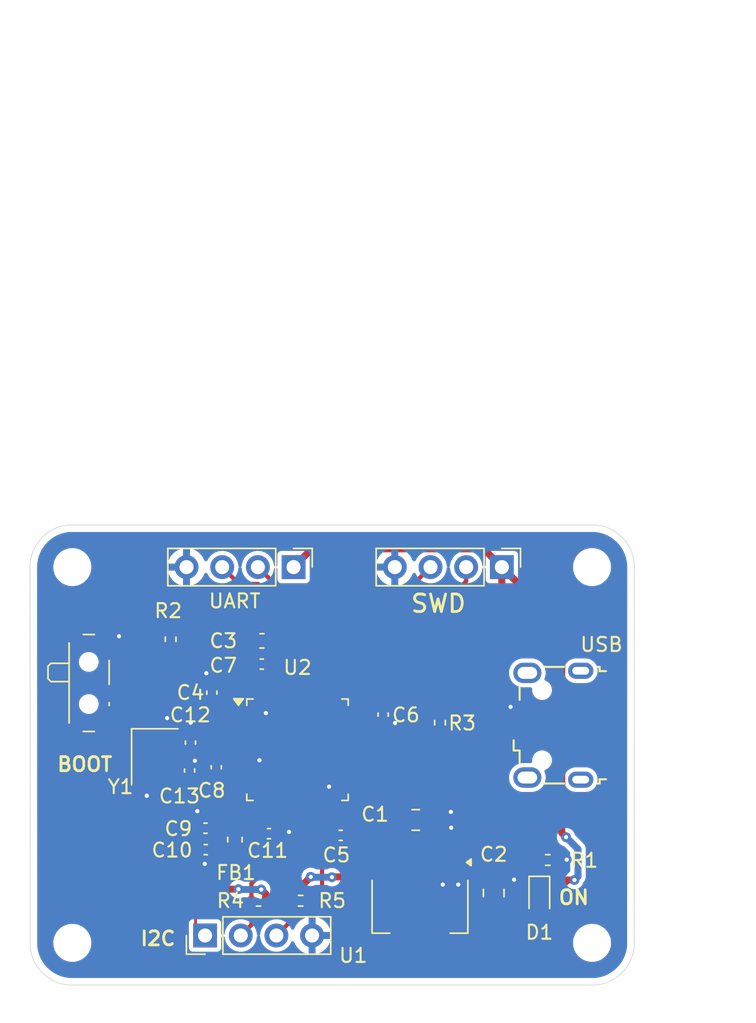
<source format=kicad_pcb>
(kicad_pcb (version 20240108) (generator "pcbnew") (generator_version "8.0")
  (title_block (title "STM32") (date "2024-10-20") (rev "0.1") (company "Author: Pham Ngoc Anh"))
  (layers (0 "F.Cu" signal) (31 "B.Cu" signal) (34 "B.Paste" user) (35 "F.Paste" user) (36 "B.SilkS" user "B.Silkscreen") (37 "F.SilkS" user "F.Silkscreen") (38 "B.Mask" user) (39 "F.Mask" user) (44 "Edge.Cuts" user))
  (net 0 "")
  (net 1 "VBUS")
  (net 2 "+3.3V")
  (net 3 "+3.3VA")
  (net 4 "/NRST")
  (net 5 "/HSE_IN")
  (net 6 "/HSE_OUT")
  (net 7 "/PWR_LED_K")
  (net 8 "/USB_D-")
  (net 9 "/USB_D+")
  (net 15 "/USART1_TX")
  (net 16 "/USART1_RX")
  (net 17 "/SWDIO")
  (net 18 "/SWCLK")
  (net 19 "/I2C2SDA")
  (net 20 "/I2C2_SCL")
  (net 21 "/BOOT0")
  (net 22 "/SW_BOOT0")
  (net 50 "GND")
  (footprint "Capacitor_SMD:C_0402_1005Metric" (layer "F.Cu") (at 142.455 113.8 90)
    (property "Reference" "C13" (at -1.82 -0.725 180) (layer "F.SilkS"))
    (property "Value" "10p")
    (fp_line (start -0.107836 -0.36) (end 0.107836 -0.36) (stroke (width 0.12)) (layer "F.SilkS"))
    (fp_line (start -0.107836 0.36) (end 0.107836 0.36) (stroke (width 0.12)) (layer "F.SilkS"))
    (pad "1" smd roundrect (at -0.48 0 90) (size 0.56 0.62) (layers "F.Cu" "F.Paste" "F.Mask") (net 6 "/HSE_OUT"))
    (pad "2" smd roundrect (at 0.48 0 90) (size 0.56 0.62) (layers "F.Cu" "F.Paste" "F.Mask") (net 50 "GND"))
  )
  (footprint "MountingHole:MountingHole_2.2mm_M2" (layer "F.Cu") (at 171.105 99.32)
    (property "Reference" "H3")
    (property "Value" "MountingHole")
    (pad "" np_thru_hole circle (at 0 0) (size 2.2 2.2) (drill 2.2) (layers "F&B.Cu" "*.Mask"))
  )
  (footprint "Capacitor_SMD:C_0805_2012Metric" (layer "F.Cu") (at 158.555 117.32)
    (property "Reference" "C1" (at -2.9 -0.4 0) (layer "F.SilkS"))
    (property "Value" "22u")
    (fp_line (start -0.261252 -0.735) (end 0.261252 -0.735) (stroke (width 0.12)) (layer "F.SilkS"))
    (fp_line (start -0.261252 0.735) (end 0.261252 0.735) (stroke (width 0.12)) (layer "F.SilkS"))
    (pad "1" smd roundrect (at -0.95 0) (size 1 1.45) (layers "F.Cu" "F.Paste" "F.Mask") (net 1 "VBUS"))
    (pad "2" smd roundrect (at 0.95 0) (size 1 1.45) (layers "F.Cu" "F.Paste" "F.Mask") (net 50 "GND"))
  )
  (footprint "Capacitor_SMD:C_0402_1005Metric" (layer "F.Cu") (at 147.595 106.224)
    (property "Reference" "C7" (at -2.74 0.096 0) (layer "F.SilkS"))
    (property "Value" "100n")
    (fp_line (start -0.107836 -0.36) (end 0.107836 -0.36) (stroke (width 0.12)) (layer "F.SilkS"))
    (fp_line (start -0.107836 0.36) (end 0.107836 0.36) (stroke (width 0.12)) (layer "F.SilkS"))
    (pad "1" smd roundrect (at -0.48 0) (size 0.56 0.62) (layers "F.Cu" "F.Paste" "F.Mask") (net 2 "+3.3V"))
    (pad "2" smd roundrect (at 0.48 0) (size 0.56 0.62) (layers "F.Cu" "F.Paste" "F.Mask") (net 50 "GND"))
  )
  (footprint "Crystal:Crystal_SMD_3225-4Pin_3.2x2.5mm" (layer "F.Cu") (at 139.975 112.828 -90)
    (property "Reference" "Y1" (at 2.1295 2.4425 180) (layer "F.SilkS"))
    (property "Value" "16MHz")
    (fp_line (start -2 1.65) (end 2 1.65) (stroke (width 0.12)) (layer "F.SilkS"))
    (fp_line (start -2 -1.65) (end -2 1.65) (stroke (width 0.12)) (layer "F.SilkS"))
    (pad "1" smd rect (at -1.1 0.85 270) (size 1.4 1.2) (layers "F.Cu" "F.Paste" "F.Mask") (net 5 "/HSE_IN"))
    (pad "2" smd rect (at 1.1 0.85 270) (size 1.4 1.2) (layers "F.Cu" "F.Paste" "F.Mask") (net 50 "GND"))
    (pad "3" smd rect (at 1.1 -0.85 270) (size 1.4 1.2) (layers "F.Cu" "F.Paste" "F.Mask") (net 6 "/HSE_OUT"))
    (pad "4" smd rect (at -1.1 -0.85 270) (size 1.4 1.2) (layers "F.Cu" "F.Paste" "F.Mask") (net 50 "GND"))
  )
  (footprint "MountingHole:MountingHole_2.2mm_M2" (layer "F.Cu") (at 134.105 99.32)
    (property "Reference" "H1")
    (property "Value" "MountingHole")
    (pad "" np_thru_hole circle (at 0 0) (size 2.2 2.2) (drill 2.2) (layers "F&B.Cu" "*.Mask"))
  )
  (footprint "Capacitor_SMD:C_0402_1005Metric" (layer "F.Cu") (at 143.585 117.908 180)
    (property "Reference" "C9" (at 1.93 -0.037 0) (layer "F.SilkS"))
    (property "Value" "1u")
    (fp_line (start -0.107836 0.36) (end 0.107836 0.36) (stroke (width 0.12)) (layer "F.SilkS"))
    (fp_line (start -0.107836 -0.36) (end 0.107836 -0.36) (stroke (width 0.12)) (layer "F.SilkS"))
    (pad "1" smd roundrect (at -0.48 0 180) (size 0.56 0.62) (layers "F.Cu" "F.Paste" "F.Mask") (net 3 "+3.3VA"))
    (pad "2" smd roundrect (at 0.48 0 180) (size 0.56 0.62) (layers "F.Cu" "F.Paste" "F.Mask") (net 50 "GND"))
  )
  (footprint "Capacitor_SMD:C_0402_1005Metric" (layer "F.Cu") (at 153.211 118.416 180)
    (property "Reference" "C5" (at 0.306 -1.404 0) (layer "F.SilkS"))
    (property "Value" "100n")
    (fp_line (start -0.107836 0.36) (end 0.107836 0.36) (stroke (width 0.12)) (layer "F.SilkS"))
    (fp_line (start -0.107836 -0.36) (end 0.107836 -0.36) (stroke (width 0.12)) (layer "F.SilkS"))
    (pad "1" smd roundrect (at -0.48 0 180) (size 0.56 0.62) (layers "F.Cu" "F.Paste" "F.Mask") (net 2 "+3.3V"))
    (pad "2" smd roundrect (at 0.48 0 180) (size 0.56 0.62) (layers "F.Cu" "F.Paste" "F.Mask") (net 50 "GND"))
  )
  (footprint "Package_QFP:LQFP-48_7x7mm_P0.5mm" (layer "F.Cu") (at 150.135 112.32)
    (property "Reference" "U2" (at 0 -5.85 0) (layer "F.SilkS"))
    (property "Value" "STM32F103C8Tx")
    (fp_line (start -3.61 -3.61) (end -3.61 -3.16) (stroke (width 0.12)) (layer "F.SilkS"))
    (fp_line (start -3.61 3.61) (end -3.61 3.16) (stroke (width 0.12)) (layer "F.SilkS"))
    (fp_line (start -3.16 -3.61) (end -3.61 -3.61) (stroke (width 0.12)) (layer "F.SilkS"))
    (fp_line (start -3.16 3.61) (end -3.61 3.61) (stroke (width 0.12)) (layer "F.SilkS"))
    (fp_line (start 3.16 -3.61) (end 3.61 -3.61) (stroke (width 0.12)) (layer "F.SilkS"))
    (fp_line (start 3.16 3.61) (end 3.61 3.61) (stroke (width 0.12)) (layer "F.SilkS"))
    (fp_line (start 3.61 -3.61) (end 3.61 -3.16) (stroke (width 0.12)) (layer "F.SilkS"))
    (fp_line (start 3.61 3.61) (end 3.61 3.16) (stroke (width 0.12)) (layer "F.SilkS"))
    (fp_poly (pts (xy -4.2 -3.16) (xy -4.54 -3.63) (xy -3.86 -3.63) (xy -4.2 -3.16)) (stroke (width 0.12)) (fill solid) (layer "F.SilkS"))
    (pad "1" smd roundrect (at -4.1625 -2.75) (size 1.475 0.3) (layers "F.Cu" "F.Paste" "F.Mask") (net 2 "+3.3V"))
    (pad "2" smd roundrect (at -4.1625 -2.25) (size 1.475 0.3) (layers "F.Cu" "F.Paste" "F.Mask"))
    (pad "3" smd roundrect (at -4.1625 -1.75) (size 1.475 0.3) (layers "F.Cu" "F.Paste" "F.Mask"))
    (pad "4" smd roundrect (at -4.1625 -1.25) (size 1.475 0.3) (layers "F.Cu" "F.Paste" "F.Mask"))
    (pad "5" smd roundrect (at -4.1625 -0.75) (size 1.475 0.3) (layers "F.Cu" "F.Paste" "F.Mask") (net 5 "/HSE_IN"))
    (pad "6" smd roundrect (at -4.1625 -0.25) (size 1.475 0.3) (layers "F.Cu" "F.Paste" "F.Mask") (net 6 "/HSE_OUT"))
    (pad "7" smd roundrect (at -4.1625 0.25) (size 1.475 0.3) (layers "F.Cu" "F.Paste" "F.Mask") (net 4 "/NRST"))
    (pad "8" smd roundrect (at -4.1625 0.75) (size 1.475 0.3) (layers "F.Cu" "F.Paste" "F.Mask") (net 50 "GND"))
    (pad "9" smd roundrect (at -4.1625 1.25) (size 1.475 0.3) (layers "F.Cu" "F.Paste" "F.Mask") (net 3 "+3.3VA"))
    (pad "10" smd roundrect (at -4.1625 1.75) (size 1.475 0.3) (layers "F.Cu" "F.Paste" "F.Mask"))
    (pad "11" smd roundrect (at -4.1625 2.25) (size 1.475 0.3) (layers "F.Cu" "F.Paste" "F.Mask"))
    (pad "12" smd roundrect (at -4.1625 2.75) (size 1.475 0.3) (layers "F.Cu" "F.Paste" "F.Mask"))
    (pad "13" smd roundrect (at -2.75 4.1625) (size 0.3 1.475) (layers "F.Cu" "F.Paste" "F.Mask"))
    (pad "14" smd roundrect (at -2.25 4.1625) (size 0.3 1.475) (layers "F.Cu" "F.Paste" "F.Mask"))
    (pad "15" smd roundrect (at -1.75 4.1625) (size 0.3 1.475) (layers "F.Cu" "F.Paste" "F.Mask"))
    (pad "16" smd roundrect (at -1.25 4.1625) (size 0.3 1.475) (layers "F.Cu" "F.Paste" "F.Mask"))
    (pad "17" smd roundrect (at -0.75 4.1625) (size 0.3 1.475) (layers "F.Cu" "F.Paste" "F.Mask"))
    (pad "18" smd roundrect (at -0.25 4.1625) (size 0.3 1.475) (layers "F.Cu" "F.Paste" "F.Mask"))
    (pad "19" smd roundrect (at 0.25 4.1625) (size 0.3 1.475) (layers "F.Cu" "F.Paste" "F.Mask"))
    (pad "20" smd roundrect (at 0.75 4.1625) (size 0.3 1.475) (layers "F.Cu" "F.Paste" "F.Mask"))
    (pad "21" smd roundrect (at 1.25 4.1625) (size 0.3 1.475) (layers "F.Cu" "F.Paste" "F.Mask") (net 20 "/I2C2_SCL"))
    (pad "22" smd roundrect (at 1.75 4.1625) (size 0.3 1.475) (layers "F.Cu" "F.Paste" "F.Mask") (net 19 "/I2C2SDA"))
    (pad "23" smd roundrect (at 2.25 4.1625) (size 0.3 1.475) (layers "F.Cu" "F.Paste" "F.Mask") (net 50 "GND"))
    (pad "24" smd roundrect (at 2.75 4.1625) (size 0.3 1.475) (layers "F.Cu" "F.Paste" "F.Mask") (net 2 "+3.3V"))
    (pad "25" smd roundrect (at 4.1625 2.75) (size 1.475 0.3) (layers "F.Cu" "F.Paste" "F.Mask"))
    (pad "26" smd roundrect (at 4.1625 2.25) (size 1.475 0.3) (layers "F.Cu" "F.Paste" "F.Mask"))
    (pad "27" smd roundrect (at 4.1625 1.75) (size 1.475 0.3) (layers "F.Cu" "F.Paste" "F.Mask"))
    (pad "28" smd roundrect (at 4.1625 1.25) (size 1.475 0.3) (layers "F.Cu" "F.Paste" "F.Mask"))
    (pad "29" smd roundrect (at 4.1625 0.75) (size 1.475 0.3) (layers "F.Cu" "F.Paste" "F.Mask"))
    (pad "30" smd roundrect (at 4.1625 0.25) (size 1.475 0.3) (layers "F.Cu" "F.Paste" "F.Mask"))
    (pad "31" smd roundrect (at 4.1625 -0.25) (size 1.475 0.3) (layers "F.Cu" "F.Paste" "F.Mask"))
    (pad "32" smd roundrect (at 4.1625 -0.75) (size 1.475 0.3) (layers "F.Cu" "F.Paste" "F.Mask") (net 8 "/USB_D-"))
    (pad "33" smd roundrect (at 4.1625 -1.25) (size 1.475 0.3) (layers "F.Cu" "F.Paste" "F.Mask") (net 9 "/USB_D+"))
    (pad "34" smd roundrect (at 4.1625 -1.75) (size 1.475 0.3) (layers "F.Cu" "F.Paste" "F.Mask") (net 17 "/SWDIO"))
    (pad "35" smd roundrect (at 4.1625 -2.25) (size 1.475 0.3) (layers "F.Cu" "F.Paste" "F.Mask") (net 50 "GND"))
    (pad "36" smd roundrect (at 4.1625 -2.75) (size 1.475 0.3) (layers "F.Cu" "F.Paste" "F.Mask") (net 2 "+3.3V"))
    (pad "37" smd roundrect (at 2.75 -4.1625) (size 0.3 1.475) (layers "F.Cu" "F.Paste" "F.Mask") (net 18 "/SWCLK"))
    (pad "38" smd roundrect (at 2.25 -4.1625) (size 0.3 1.475) (layers "F.Cu" "F.Paste" "F.Mask"))
    (pad "39" smd roundrect (at 1.75 -4.1625) (size 0.3 1.475) (layers "F.Cu" "F.Paste" "F.Mask"))
    (pad "40" smd roundrect (at 1.25 -4.1625) (size 0.3 1.475) (layers "F.Cu" "F.Paste" "F.Mask"))
    (pad "41" smd roundrect (at 0.75 -4.1625) (size 0.3 1.475) (layers "F.Cu" "F.Paste" "F.Mask"))
    (pad "42" smd roundrect (at 0.25 -4.1625) (size 0.3 1.475) (layers "F.Cu" "F.Paste" "F.Mask") (net 15 "/USART1_TX"))
    (pad "43" smd roundrect (at -0.25 -4.1625) (size 0.3 1.475) (layers "F.Cu" "F.Paste" "F.Mask") (net 16 "/USART1_RX"))
    (pad "44" smd roundrect (at -0.75 -4.1625) (size 0.3 1.475) (layers "F.Cu" "F.Paste" "F.Mask") (net 21 "/BOOT0"))
    (pad "45" smd roundrect (at -1.25 -4.1625) (size 0.3 1.475) (layers "F.Cu" "F.Paste" "F.Mask"))
    (pad "46" smd roundrect (at -1.75 -4.1625) (size 0.3 1.475) (layers "F.Cu" "F.Paste" "F.Mask"))
    (pad "47" smd roundrect (at -2.25 -4.1625) (size 0.3 1.475) (layers "F.Cu" "F.Paste" "F.Mask") (net 50 "GND"))
    (pad "48" smd roundrect (at -2.75 -4.1625) (size 0.3 1.475) (layers "F.Cu" "F.Paste" "F.Mask") (net 2 "+3.3V"))
  )
  (footprint "Inductor_SMD:L_0603_1608Metric" (layer "F.Cu") (at 145.68 118.72 90)
    (property "Reference" "FB1" (at -2.35 0.075 0) (layer "F.SilkS"))
    (property "Value" "120R")
    (fp_line (start -0.162779 -0.51) (end 0.162779 -0.51) (stroke (width 0.12)) (layer "F.SilkS"))
    (fp_line (start -0.162779 0.51) (end 0.162779 0.51) (stroke (width 0.12)) (layer "F.SilkS"))
    (pad "1" smd roundrect (at -0.7875 0 90) (size 0.875 0.95) (layers "F.Cu" "F.Paste" "F.Mask") (net 2 "+3.3V"))
    (pad "2" smd roundrect (at 0.7875 0 90) (size 0.875 0.95) (layers "F.Cu" "F.Paste" "F.Mask") (net 3 "+3.3VA"))
  )
  (footprint "Resistor_SMD:R_0402_1005Metric" (layer "F.Cu") (at 141.105 104.455 90)
    (property "Reference" "R2" (at 2.025 -0.175 180) (layer "F.SilkS"))
    (property "Value" "10k")
    (fp_line (start -0.153641 -0.38) (end 0.153641 -0.38) (stroke (width 0.12)) (layer "F.SilkS"))
    (fp_line (start -0.153641 0.38) (end 0.153641 0.38) (stroke (width 0.12)) (layer "F.SilkS"))
    (pad "1" smd roundrect (at -0.51 0 90) (size 0.54 0.64) (layers "F.Cu" "F.Paste" "F.Mask") (net 22 "/SW_BOOT0"))
    (pad "2" smd roundrect (at 0.51 0 90) (size 0.54 0.64) (layers "F.Cu" "F.Paste" "F.Mask") (net 21 "/BOOT0"))
  )
  (footprint "Connector_PinHeader_2.54mm:PinHeader_1x04_P2.54mm_Vertical" (layer "F.Cu") (at 164.685 99.32 -90)
    (property "Reference" "J3" (hide yes))
    (property "Value" "Conn_01x04_Pin")
    (fp_line (start -1.33 8.95) (end 1.33 8.95) (stroke (width 0.12)) (layer "F.SilkS"))
    (fp_line (start -1.33 1.27) (end -1.33 8.95) (stroke (width 0.12)) (layer "F.SilkS"))
    (fp_line (start -1.33 1.27) (end 1.33 1.27) (stroke (width 0.12)) (layer "F.SilkS"))
    (fp_line (start 1.33 1.27) (end 1.33 8.95) (stroke (width 0.12)) (layer "F.SilkS"))
    (fp_line (start -1.33 0) (end -1.33 -1.33) (stroke (width 0.12)) (layer "F.SilkS"))
    (fp_line (start -1.33 -1.33) (end 0 -1.33) (stroke (width 0.12)) (layer "F.SilkS"))
    (pad "1" thru_hole rect (at 0 0 270) (size 1.7 1.7) (drill 1) (layers "*.Cu" "*.Mask") (net 2 "+3.3V"))
    (pad "2" thru_hole oval (at 0 2.54 270) (size 1.7 1.7) (drill 1) (layers "*.Cu" "*.Mask") (net 17 "/SWDIO"))
    (pad "3" thru_hole oval (at 0 5.08 270) (size 1.7 1.7) (drill 1) (layers "*.Cu" "*.Mask") (net 18 "/SWCLK"))
    (pad "4" thru_hole oval (at 0 7.62 270) (size 1.7 1.7) (drill 1) (layers "*.Cu" "*.Mask") (net 50 "GND"))
  )
  (footprint "LED_SMD:LED_0603_1608Metric" (layer "F.Cu") (at 167.355 122.82 -90)
    (property "Reference" "D1" (at 2.5 0 180) (layer "F.SilkS"))
    (property "Value" "LED")
    (fp_line (start -1.485 0.735) (end 0.8 0.735) (stroke (width 0.12)) (layer "F.SilkS"))
    (fp_line (start -1.485 -0.735) (end -1.485 0.735) (stroke (width 0.12)) (layer "F.SilkS"))
    (fp_line (start 0.8 -0.735) (end -1.485 -0.735) (stroke (width 0.12)) (layer "F.SilkS"))
    (pad "1" smd roundrect (at -0.7875 0 270) (size 0.875 0.95) (layers "F.Cu" "F.Paste" "F.Mask") (net 7 "/PWR_LED_K"))
    (pad "2" smd roundrect (at 0.7875 0 270) (size 0.875 0.95) (layers "F.Cu" "F.Paste" "F.Mask") (net 2 "+3.3V"))
  )
  (footprint "Capacitor_SMD:C_0402_1005Metric" (layer "F.Cu") (at 144.039 108.256 90)
    (property "Reference" "C4" (at 0 -1.524 180) (layer "F.SilkS"))
    (property "Value" "100n")
    (fp_line (start -0.107836 -0.36) (end 0.107836 -0.36) (stroke (width 0.12)) (layer "F.SilkS"))
    (fp_line (start -0.107836 0.36) (end 0.107836 0.36) (stroke (width 0.12)) (layer "F.SilkS"))
    (pad "1" smd roundrect (at -0.48 0 90) (size 0.56 0.62) (layers "F.Cu" "F.Paste" "F.Mask") (net 2 "+3.3V"))
    (pad "2" smd roundrect (at 0.48 0 90) (size 0.56 0.62) (layers "F.Cu" "F.Paste" "F.Mask") (net 50 "GND"))
  )
  (footprint "MountingHole:MountingHole_2.2mm_M2" (layer "F.Cu") (at 134.105 126.07)
    (property "Reference" "H2")
    (property "Value" "MountingHole")
    (pad "" np_thru_hole circle (at 0 0) (size 2.2 2.2) (drill 2.2) (layers "F&B.Cu" "*.Mask"))
  )
  (footprint "Connector_USB:USB_Micro-B_Wuerth_629105150521" (layer "F.Cu") (at 168.35 110.575 90)
    (property "Reference" "J1" (hide yes))
    (property "Value" "USB_B_Micro")
    (fp_line (start -1.075 -2.825) (end -1.8 -2.825) (stroke (width 0.15)) (layer "F.SilkS"))
    (fp_line (start -1.8 -2.825) (end -1.8 -2.4) (stroke (width 0.15)) (layer "F.SilkS"))
    (fp_line (start 1.8 -2.4) (end 2.8 -2.4) (stroke (width 0.15)) (layer "F.SilkS"))
    (fp_line (start -1.8 -2.4) (end -2.8 -2.4) (stroke (width 0.15)) (layer "F.SilkS"))
    (fp_line (start -4.15 -0.65) (end -4.15 0.75) (stroke (width 0.15)) (layer "F.SilkS"))
    (fp_line (start 4.15 0.75) (end 4.15 -0.65) (stroke (width 0.15)) (layer "F.SilkS"))
    (fp_line (start -4.15 3.15) (end -4.15 3.3) (stroke (width 0.15)) (layer "F.SilkS"))
    (fp_line (start 4.15 3.3) (end 4.15 3.15) (stroke (width 0.15)) (layer "F.SilkS"))
    (fp_line (start 3.85 3.3) (end 4.15 3.3) (stroke (width 0.15)) (layer "F.SilkS"))
    (fp_line (start -3.85 3.3) (end -3.85 3.75) (stroke (width 0.15)) (layer "F.SilkS"))
    (fp_line (start -4.15 3.3) (end -3.85 3.3) (stroke (width 0.15)) (layer "F.SilkS"))
    (fp_line (start 3.85 3.75) (end 3.85 3.3) (stroke (width 0.15)) (layer "F.SilkS"))
    (pad "" np_thru_hole oval (at -2.5 -0.8 90) (size 0.8 0.8) (drill 0.8) (layers "*.Cu" "*.Mask"))
    (pad "" np_thru_hole oval (at 2.5 -0.8 90) (size 0.8 0.8) (drill 0.8) (layers "*.Cu" "*.Mask"))
    (pad "1" smd rect (at -1.3 -1.9 90) (size 0.45 1.3) (layers "F.Cu" "F.Paste" "F.Mask") (net 1 "VBUS"))
    (pad "2" smd rect (at -0.65 -1.9 90) (size 0.45 1.3) (layers "F.Cu" "F.Paste" "F.Mask") (net 8 "/USB_D-"))
    (pad "3" smd rect (at 0 -1.9 90) (size 0.45 1.3) (layers "F.Cu" "F.Paste" "F.Mask") (net 9 "/USB_D+"))
    (pad "4" smd rect (at 0.65 -1.9 90) (size 0.45 1.3) (layers "F.Cu" "F.Paste" "F.Mask"))
    (pad "5" smd rect (at 1.3 -1.9 90) (size 0.45 1.3) (layers "F.Cu" "F.Paste" "F.Mask") (net 50 "GND"))
    (pad "6" thru_hole oval (at -3.875 1.95 90) (size 1.15 1.8) (drill oval 0.55 1.2) (layers "*.Cu" "*.Mask"))
    (pad "6" thru_hole oval (at -3.725 -1.85 90) (size 1.45 2) (drill oval 0.85 1.4) (layers "*.Cu" "*.Mask"))
    (pad "6" thru_hole oval (at 3.725 -1.85 90) (size 1.45 2) (drill oval 0.85 1.4) (layers "*.Cu" "*.Mask"))
    (pad "6" thru_hole oval (at 3.875 1.95 90) (size 1.15 1.8) (drill oval 0.55 1.2) (layers "*.Cu" "*.Mask"))
  )
  (footprint "Capacitor_SMD:C_0805_2012Metric" (layer "F.Cu") (at 164.105 122.52 90)
    (property "Reference" "C2" (at 2.75 0 180) (layer "F.SilkS"))
    (property "Value" "22u")
    (fp_line (start -0.261252 -0.735) (end 0.261252 -0.735) (stroke (width 0.12)) (layer "F.SilkS"))
    (fp_line (start -0.261252 0.735) (end 0.261252 0.735) (stroke (width 0.12)) (layer "F.SilkS"))
    (pad "1" smd roundrect (at -0.95 0 90) (size 1 1.45) (layers "F.Cu" "F.Paste" "F.Mask") (net 2 "+3.3V"))
    (pad "2" smd roundrect (at 0.95 0 90) (size 1 1.45) (layers "F.Cu" "F.Paste" "F.Mask") (net 50 "GND"))
  )
  (footprint "Resistor_SMD:R_0402_1005Metric" (layer "F.Cu") (at 160.28 110.395 -90)
    (property "Reference" "R3" (at 0.032 -1.576 180) (layer "F.SilkS"))
    (property "Value" "1k5")
    (fp_line (start -0.153641 0.38) (end 0.153641 0.38) (stroke (width 0.12)) (layer "F.SilkS"))
    (fp_line (start -0.153641 -0.38) (end 0.153641 -0.38) (stroke (width 0.12)) (layer "F.SilkS"))
    (pad "1" smd roundrect (at -0.51 0 270) (size 0.54 0.64) (layers "F.Cu" "F.Paste" "F.Mask") (net 2 "+3.3V"))
    (pad "2" smd roundrect (at 0.51 0 270) (size 0.54 0.64) (layers "F.Cu" "F.Paste" "F.Mask") (net 9 "/USB_D+"))
  )
  (footprint "Capacitor_SMD:C_0603_1608Metric" (layer "F.Cu") (at 147.605 104.57)
    (property "Reference" "C3" (at -2.75 0 0) (layer "F.SilkS"))
    (property "Value" "10u")
    (fp_line (start -0.14058 -0.51) (end 0.14058 -0.51) (stroke (width 0.12)) (layer "F.SilkS"))
    (fp_line (start -0.14058 0.51) (end 0.14058 0.51) (stroke (width 0.12)) (layer "F.SilkS"))
    (pad "1" smd roundrect (at -0.775 0) (size 0.9 0.95) (layers "F.Cu" "F.Paste" "F.Mask") (net 2 "+3.3V"))
    (pad "2" smd roundrect (at 0.775 0) (size 0.9 0.95) (layers "F.Cu" "F.Paste" "F.Mask") (net 50 "GND"))
  )
  (footprint "MountingHole:MountingHole_2.2mm_M2" (layer "F.Cu") (at 171.105 126.07)
    (property "Reference" "H4")
    (property "Value" "MountingHole")
    (pad "" np_thru_hole circle (at 0 0) (size 2.2 2.2) (drill 2.2) (layers "F&B.Cu" "*.Mask"))
  )
  (footprint "Button_Switch_SMD:SW_SPDT_PCM12" (layer "F.Cu") (at 135.605 107.57 -90)
    (property "Reference" "SW1" (hide yes))
    (property "Value" "SW_SPDT")
    (fp_line (start -1.2 3.23) (end -0.3 3.23) (stroke (width 0.12)) (layer "F.SilkS"))
    (fp_line (start -1.4 3.02) (end -1.2 3.23) (stroke (width 0.12)) (layer "F.SilkS"))
    (fp_line (start -0.1 3.02) (end -0.3 3.23) (stroke (width 0.12)) (layer "F.SilkS"))
    (fp_line (start -0.1 3.02) (end -0.1 1.73) (stroke (width 0.12)) (layer "F.SilkS"))
    (fp_line (start -2.85 1.73) (end 2.85 1.73) (stroke (width 0.12)) (layer "F.SilkS"))
    (fp_line (start -1.4 1.73) (end -1.4 3.02) (stroke (width 0.12)) (layer "F.SilkS"))
    (fp_line (start 3.45 0.72) (end 3.45 -0.07) (stroke (width 0.12)) (layer "F.SilkS"))
    (fp_line (start -3.45 -0.07) (end -3.45 0.72) (stroke (width 0.12)) (layer "F.SilkS"))
    (fp_line (start -1.6 -1.12) (end 0.1 -1.12) (stroke (width 0.12)) (layer "F.SilkS"))
    (fp_line (start 1.4 -1.12) (end 1.6 -1.12) (stroke (width 0.12)) (layer "F.SilkS"))
    (pad "" smd rect (at -3.65 -0.78 270) (size 1 0.8) (layers "F.Cu" "F.Paste" "F.Mask"))
    (pad "" smd rect (at -3.65 1.43 270) (size 1 0.8) (layers "F.Cu" "F.Paste" "F.Mask"))
    (pad "" np_thru_hole circle (at -1.5 0.33 270) (size 0.9 0.9) (drill 0.9) (layers "*.Cu" "*.Mask"))
    (pad "" np_thru_hole circle (at 1.5 0.33 270) (size 0.9 0.9) (drill 0.9) (layers "*.Cu" "*.Mask"))
    (pad "" smd rect (at 3.65 -0.78 270) (size 1 0.8) (layers "F.Cu" "F.Paste" "F.Mask"))
    (pad "" smd rect (at 3.65 1.43 270) (size 1 0.8) (layers "F.Cu" "F.Paste" "F.Mask"))
    (pad "1" smd rect (at -2.25 -1.43 270) (size 0.7 1.5) (layers "F.Cu" "F.Paste" "F.Mask") (net 50 "GND"))
    (pad "2" smd rect (at 0.75 -1.43 270) (size 0.7 1.5) (layers "F.Cu" "F.Paste" "F.Mask") (net 22 "/SW_BOOT0"))
    (pad "3" smd rect (at 2.25 -1.43 270) (size 0.7 1.5) (layers "F.Cu" "F.Paste" "F.Mask") (net 2 "+3.3V"))
  )
  (footprint "Connector_PinHeader_2.54mm:PinHeader_1x04_P2.54mm_Vertical" (layer "F.Cu") (at 149.855 99.32 -90)
    (property "Reference" "J2" (hide yes))
    (property "Value" "Conn_01x04_Pin")
    (fp_line (start -1.33 8.95) (end 1.33 8.95) (stroke (width 0.12)) (layer "F.SilkS"))
    (fp_line (start -1.33 1.27) (end -1.33 8.95) (stroke (width 0.12)) (layer "F.SilkS"))
    (fp_line (start -1.33 1.27) (end 1.33 1.27) (stroke (width 0.12)) (layer "F.SilkS"))
    (fp_line (start 1.33 1.27) (end 1.33 8.95) (stroke (width 0.12)) (layer "F.SilkS"))
    (fp_line (start -1.33 0) (end -1.33 -1.33) (stroke (width 0.12)) (layer "F.SilkS"))
    (fp_line (start -1.33 -1.33) (end 0 -1.33) (stroke (width 0.12)) (layer "F.SilkS"))
    (pad "1" thru_hole rect (at 0 0 270) (size 1.7 1.7) (drill 1) (layers "*.Cu" "*.Mask") (net 2 "+3.3V"))
    (pad "2" thru_hole oval (at 0 2.54 270) (size 1.7 1.7) (drill 1) (layers "*.Cu" "*.Mask") (net 15 "/USART1_TX"))
    (pad "3" thru_hole oval (at 0 5.08 270) (size 1.7 1.7) (drill 1) (layers "*.Cu" "*.Mask") (net 16 "/USART1_RX"))
    (pad "4" thru_hole oval (at 0 7.62 270) (size 1.7 1.7) (drill 1) (layers "*.Cu" "*.Mask") (net 50 "GND"))
  )
  (footprint "Resistor_SMD:R_0402_1005Metric" (layer "F.Cu") (at 150.355 123.07)
    (property "Reference" "R5" (at 2.25 0 0) (layer "F.SilkS"))
    (property "Value" "1k5")
    (fp_line (start -0.153641 -0.38) (end 0.153641 -0.38) (stroke (width 0.12)) (layer "F.SilkS"))
    (fp_line (start -0.153641 0.38) (end 0.153641 0.38) (stroke (width 0.12)) (layer "F.SilkS"))
    (pad "1" smd roundrect (at -0.51 0) (size 0.54 0.64) (layers "F.Cu" "F.Paste" "F.Mask") (net 2 "+3.3V"))
    (pad "2" smd roundrect (at 0.51 0) (size 0.54 0.64) (layers "F.Cu" "F.Paste" "F.Mask") (net 19 "/I2C2SDA"))
  )
  (footprint "Capacitor_SMD:C_0402_1005Metric" (layer "F.Cu") (at 156.231 109.82 -90)
    (property "Reference" "C6" (at 0.032 -1.624 0) (layer "F.SilkS"))
    (property "Value" "100n")
    (fp_line (start -0.107836 0.36) (end 0.107836 0.36) (stroke (width 0.12)) (layer "F.SilkS"))
    (fp_line (start -0.107836 -0.36) (end 0.107836 -0.36) (stroke (width 0.12)) (layer "F.SilkS"))
    (pad "1" smd roundrect (at -0.48 0 270) (size 0.56 0.62) (layers "F.Cu" "F.Paste" "F.Mask") (net 2 "+3.3V"))
    (pad "2" smd roundrect (at 0.48 0 270) (size 0.56 0.62) (layers "F.Cu" "F.Paste" "F.Mask") (net 50 "GND"))
  )
  (footprint "Capacitor_SMD:C_0402_1005Metric" (layer "F.Cu") (at 142.515 111.812 90)
    (property "Reference" "C12" (at 1.967 -0.01 180) (layer "F.SilkS"))
    (property "Value" "10p")
    (fp_line (start -0.107836 -0.36) (end 0.107836 -0.36) (stroke (width 0.12)) (layer "F.SilkS"))
    (fp_line (start -0.107836 0.36) (end 0.107836 0.36) (stroke (width 0.12)) (layer "F.SilkS"))
    (pad "1" smd roundrect (at -0.48 0 90) (size 0.56 0.62) (layers "F.Cu" "F.Paste" "F.Mask") (net 5 "/HSE_IN"))
    (pad "2" smd roundrect (at 0.48 0 90) (size 0.56 0.62) (layers "F.Cu" "F.Paste" "F.Mask") (net 50 "GND"))
  )
  (footprint "Capacitor_SMD:C_0402_1005Metric" (layer "F.Cu") (at 144.355 113.57 90)
    (property "Reference" "C8" (at -1.65 -0.325 0) (layer "F.SilkS"))
    (property "Value" "10n")
    (fp_line (start -0.107836 -0.36) (end 0.107836 -0.36) (stroke (width 0.12)) (layer "F.SilkS"))
    (fp_line (start -0.107836 0.36) (end 0.107836 0.36) (stroke (width 0.12)) (layer "F.SilkS"))
    (pad "1" smd roundrect (at -0.48 0 90) (size 0.56 0.62) (layers "F.Cu" "F.Paste" "F.Mask") (net 3 "+3.3VA"))
    (pad "2" smd roundrect (at 0.48 0 90) (size 0.56 0.62) (layers "F.Cu" "F.Paste" "F.Mask") (net 50 "GND"))
  )
  (footprint "Package_TO_SOT_SMD:SOT-223-3_TabPin2" (layer "F.Cu") (at 158.855 123.47 -90)
    (property "Reference" "U1" (at 3.5 4.75 180) (layer "F.SilkS"))
    (property "Value" "AMS1117-3.3")
    (fp_line (start -1.85 3.41) (end 1.91 3.41) (stroke (width 0.12)) (layer "F.SilkS"))
    (fp_line (start 1.91 3.41) (end 1.91 2.15) (stroke (width 0.12)) (layer "F.SilkS"))
    (fp_line (start -1.85 -3.41) (end 1.91 -3.41) (stroke (width 0.12)) (layer "F.SilkS"))
    (fp_line (start 1.91 -3.41) (end 1.91 -2.15) (stroke (width 0.12)) (layer "F.SilkS"))
    (fp_poly (pts (xy -3.13 -3.31) (xy -3.37 -3.64) (xy -2.89 -3.64) (xy -3.13 -3.31)) (stroke (width 0.12)) (fill solid) (layer "F.SilkS"))
    (pad "1" smd roundrect (at -3.15 -2.3 270) (size 2 1.5) (layers "F.Cu" "F.Paste" "F.Mask") (net 50 "GND"))
    (pad "2" smd roundrect (at -3.15 0 270) (size 2 1.5) (layers "F.Cu" "F.Paste" "F.Mask") (net 2 "+3.3V"))
    (pad "2" smd roundrect (at 3.15 0 270) (size 2 3.8) (layers "F.Cu" "F.Paste" "F.Mask") (net 2 "+3.3V"))
    (pad "3" smd roundrect (at -3.15 2.3 270) (size 2 1.5) (layers "F.Cu" "F.Paste" "F.Mask") (net 1 "VBUS"))
  )
  (footprint "Connector_PinHeader_2.54mm:PinHeader_1x04_P2.54mm_Vertical" (layer "F.Cu") (at 143.555 125.545 90)
    (property "Reference" "J4" (hide yes))
    (property "Value" "Conn_01x04_Pin")
    (fp_line (start -1.33 -1.33) (end 0 -1.33) (stroke (width 0.12)) (layer "F.SilkS"))
    (fp_line (start -1.33 0) (end -1.33 -1.33) (stroke (width 0.12)) (layer "F.SilkS"))
    (fp_line (start 1.33 1.27) (end 1.33 8.95) (stroke (width 0.12)) (layer "F.SilkS"))
    (fp_line (start -1.33 1.27) (end 1.33 1.27) (stroke (width 0.12)) (layer "F.SilkS"))
    (fp_line (start -1.33 1.27) (end -1.33 8.95) (stroke (width 0.12)) (layer "F.SilkS"))
    (fp_line (start -1.33 8.95) (end 1.33 8.95) (stroke (width 0.12)) (layer "F.SilkS"))
    (pad "1" thru_hole rect (at 0 0 90) (size 1.7 1.7) (drill 1) (layers "*.Cu" "*.Mask") (net 2 "+3.3V"))
    (pad "2" thru_hole oval (at 0 2.54 90) (size 1.7 1.7) (drill 1) (layers "*.Cu" "*.Mask") (net 20 "/I2C2_SCL"))
    (pad "3" thru_hole oval (at 0 5.08 90) (size 1.7 1.7) (drill 1) (layers "*.Cu" "*.Mask") (net 19 "/I2C2SDA"))
    (pad "4" thru_hole oval (at 0 7.62 90) (size 1.7 1.7) (drill 1) (layers "*.Cu" "*.Mask") (net 50 "GND"))
  )
  (footprint "Resistor_SMD:R_0402_1005Metric" (layer "F.Cu") (at 147.365 123.07 180)
    (property "Reference" "R4" (at 2 0 0) (layer "F.SilkS"))
    (property "Value" "1k5")
    (fp_line (start -0.153641 0.38) (end 0.153641 0.38) (stroke (width 0.12)) (layer "F.SilkS"))
    (fp_line (start -0.153641 -0.38) (end 0.153641 -0.38) (stroke (width 0.12)) (layer "F.SilkS"))
    (pad "1" smd roundrect (at -0.51 0 180) (size 0.54 0.64) (layers "F.Cu" "F.Paste" "F.Mask") (net 2 "+3.3V"))
    (pad "2" smd roundrect (at 0.51 0 180) (size 0.54 0.64) (layers "F.Cu" "F.Paste" "F.Mask") (net 20 "/I2C2_SCL"))
  )
  (footprint "Capacitor_SMD:C_0402_1005Metric" (layer "F.Cu") (at 148.103 118.295)
    (property "Reference" "C11" (at -0.098 1.2 0) (layer "F.SilkS"))
    (property "Value" "100n")
    (fp_line (start -0.107836 -0.36) (end 0.107836 -0.36) (stroke (width 0.12)) (layer "F.SilkS"))
    (fp_line (start -0.107836 0.36) (end 0.107836 0.36) (stroke (width 0.12)) (layer "F.SilkS"))
    (pad "1" smd roundrect (at -0.48 0) (size 0.56 0.62) (layers "F.Cu" "F.Paste" "F.Mask") (net 4 "/NRST"))
    (pad "2" smd roundrect (at 0.48 0) (size 0.56 0.62) (layers "F.Cu" "F.Paste" "F.Mask") (net 50 "GND"))
  )
  (footprint "Capacitor_SMD:C_0402_1005Metric" (layer "F.Cu") (at 143.605 119.432)
    (property "Reference" "C10" (at -2.4 0.038 0) (layer "F.SilkS"))
    (property "Value" "1u")
    (fp_line (start -0.107836 -0.36) (end 0.107836 -0.36) (stroke (width 0.12)) (layer "F.SilkS"))
    (fp_line (start -0.107836 0.36) (end 0.107836 0.36) (stroke (width 0.12)) (layer "F.SilkS"))
    (pad "1" smd roundrect (at -0.48 0) (size 0.56 0.62) (layers "F.Cu" "F.Paste" "F.Mask") (net 2 "+3.3V"))
    (pad "2" smd roundrect (at 0.48 0) (size 0.56 0.62) (layers "F.Cu" "F.Paste" "F.Mask") (net 50 "GND"))
  )
  (footprint "Resistor_SMD:R_0402_1005Metric" (layer "F.Cu") (at 167.955 120.17)
    (property "Reference" "R1" (at 2.6 0.025 180) (layer "F.SilkS"))
    (property "Value" "1k5")
    (fp_line (start -0.153641 -0.38) (end 0.153641 -0.38) (stroke (width 0.12)) (layer "F.SilkS"))
    (fp_line (start -0.153641 0.38) (end 0.153641 0.38) (stroke (width 0.12)) (layer "F.SilkS"))
    (pad "1" smd roundrect (at -0.51 0) (size 0.54 0.64) (layers "F.Cu" "F.Paste" "F.Mask") (net 7 "/PWR_LED_K"))
    (pad "2" smd roundrect (at 0.51 0) (size 0.54 0.64) (layers "F.Cu" "F.Paste" "F.Mask") (net 50 "GND"))
  )
  (gr_arc (start 171.355 96.320001) (mid 173.320298 97.281631) (end 174.115398 99.32) (stroke (width 0.05)) (layer "Edge.Cuts"))
  (gr_arc (start 174.104999 126.32) (mid 173.233673 128.198673) (end 171.355 129.069999) (stroke (width 0.05)) (layer "Edge.Cuts"))
  (gr_arc (start 133.855 129.069999) (mid 131.976327 128.198673) (end 131.105001 126.32) (stroke (width 0.05)) (layer "Edge.Cuts"))
  (gr_line (start 131.094602 99.32) (end 131.105001 126.32) (stroke (width 0.05)) (layer "Edge.Cuts"))
  (gr_arc (start 131.094602 99.32) (mid 131.889701 97.281631) (end 133.855 96.320001) (stroke (width 0.05)) (layer "Edge.Cuts"))
  (gr_line (start 174.104999 126.32) (end 174.115398 99.32) (stroke (width 0.05)) (layer "Edge.Cuts"))
  (gr_line (start 133.855 96.320001) (end 171.355 96.320001) (stroke (width 0.05)) (layer "Edge.Cuts"))
  (gr_line (start 133.855 129.069999) (end 171.355 129.069999) (stroke (width 0.05)) (layer "Edge.Cuts"))
  (gr_text "USB" (at 170.18 105.42 0) (layer "F.SilkS") (effects (font (size 1 1)) (justify left bottom)))
  (gr_text "UART" (at 143.73 102.32 0) (layer "F.SilkS") (effects (font (size 1 1)) (justify left bottom)))
  (gr_text "BOOT" (at 132.93 113.945 0) (layer "F.SilkS") (effects (font (size 1 1) (thickness 0.2)) (justify left bottom)))
  (gr_text "ON" (at 168.63 123.42 0) (layer "F.SilkS") (effects (font (size 1 1) (thickness 0.2) (bold yes)) (justify left bottom)))
  (gr_text "I2C" (at 138.855 126.345 0) (layer "F.SilkS") (effects (font (size 1 1) (thickness 0.2) (bold yes)) (justify left bottom)))
  (gr_text "SWD" (at 158.105 102.645 0) (layer "F.SilkS") (effects (font (size 1.25 1.25) (thickness 0.2)) (justify left bottom)))
  (segment (start 160.28 109.885) (end 159.735 109.34) (width 0.3) (layer "F.Cu") (net 2))
  (segment (start 153.691 117.2885) (end 153.691 118.416) (width 0.3) (layer "F.Cu") (net 2))
  (segment (start 167.2175 123.47) (end 167.355 123.6075) (width 0.5) (layer "F.Cu") (net 2))
  (segment (start 160.28 109.8) (end 160.28 109.885) (width 0.3) (layer "F.Cu") (net 2))
  (segment (start 165.98 127.345) (end 165.305 128.02) (width 0.5) (layer "F.Cu") (net 2))
  (segment (start 144.039 108.736) (end 145.1385 108.736) (width 0.3) (layer "F.Cu") (net 2))
  (segment (start 164.685 99.32) (end 168.95 103.585) (width 0.5) (layer "F.Cu") (net 2))
  (segment (start 152.609364 121.37) (end 152.585 121.394364) (width 0.5) (layer "F.Cu") (net 2))
  (segment (start 143.260761 121.095) (end 142.88 120.714239) (width 0.2) (layer "F.Cu") (net 2))
  (segment (start 165.98 123.47) (end 167.2175 123.47) (width 0.5) (layer "F.Cu") (net 2))
  (segment (start 155.605 128.02) (end 154.205 126.62) (width 0.5) (layer "F.Cu") (net 2))
  (segment (start 149.845 122.605) (end 149.845 123.07) (width 0.5) (layer "F.Cu") (net 2))
  (segment (start 147.875 123.07) (end 147.875 122.59) (width 0.5) (layer "F.Cu") (net 2))
  (segment (start 146.83 105.939) (end 147.115 106.224) (width 0.5) (layer "F.Cu") (net 2))
  (segment (start 142.967 104.57) (end 145 104.57) (width 0.5) (layer "F.Cu") (net 2))
  (segment (start 147.875 122.59) (end 147.555 122.27) (width 0.5) (layer "F.Cu") (net 2))
  (segment (start 152.885 116.4825) (end 153.691 117.2885) (width 0.3) (layer "F.Cu") (net 2))
  (segment (start 147.385 106.494) (end 147.115 106.224) (width 0.3) (layer "F.Cu") (net 2))
  (segment (start 145 107.625) (end 145.9725 108.5975) (width 0.5) (layer "F.Cu") (net 2))
  (segment (start 144.529999 121.095) (end 143.260761 121.095) (width 0.2) (layer "F.Cu") (net 2))
  (segment (start 154.5275 109.34) (end 154.2975 109.57) (width 0.3) (layer "F.Cu") (net 2))
  (segment (start 145.9725 108.5975) (end 145.9725 109.47) (width 0.5) (layer "F.Cu") (net 2))
  (segment (start 145.68 119.944999) (end 144.529999 121.095) (width 0.2) (layer "F.Cu") (net 2))
  (segment (start 138.075 110.578) (end 137.517 110.02) (width 0.5) (layer "F.Cu") (net 2))
  (segment (start 165.305 128.02) (end 155.605 128.02) (width 0.5) (layer "F.Cu") (net 2))
  (segment (start 159.735 109.34) (end 156.231 109.34) (width 0.3) (layer "F.Cu") (net 2))
  (segment (start 151.08 121.37) (end 149.845 122.605) (width 0.5) (layer "F.Cu") (net 2))
  (segment (start 138.075 116.121371) (end 138.075 110.578) (width 0.5) (layer "F.Cu") (net 2))
  (segment (start 154.205 119.58) (end 153.691 119.066) (width 0.5) (layer "F.Cu") (net 2))
  (segment (start 164.685 105.48) (end 164.685 99.32) (width 0.5) (layer "F.Cu") (net 2))
  (segment (start 163.385 98.02) (end 164.685 99.32) (width 0.5) (layer "F.Cu") (net 2))
  (segment (start 145.68 119.5075) (end 145.68 119.944999) (width 0.2) (layer "F.Cu") (net 2))
  (segment (start 142.88 119.677) (end 143.125 119.432) (width 0.2) (layer "F.Cu") (net 2))
  (segment (start 149.855 99.32) (end 151.155 98.02) (width 0.5) (layer "F.Cu") (net 2))
  (segment (start 168.95 118.24) (end 169.255 118.545) (width 0.5) (layer "F.Cu") (net 2))
  (segment (start 154.205 121.37) (end 154.205 119.58) (width 0.5) (layer "F.Cu") (net 2))
  (segment (start 147.385 108.1575) (end 145.9725 109.57) (width 0.3) (layer "F.Cu") (net 2))
  (segment (start 153.691 118.416) (end 153.691 118.462846) (width 0.3) (layer "F.Cu") (net 2))
  (segment (start 149.845 123.07) (end 147.875 123.07) (width 0.5) (layer "F.Cu") (net 2))
  (segment (start 142.88 120.714239) (end 142.88 119.677) (width 0.2) (layer "F.Cu") (net 2))
  (segment (start 164.105 123.47) (end 165.98 123.47) (width 0.5) (layer "F.Cu") (net 2))
  (segment (start 153.691 119.066) (end 153.691 118.416) (width 0.5) (layer "F.Cu") (net 2))
  (segment (start 145.93 122.245) (end 144.198629 122.245) (width 0.5) (layer "F.Cu") (net 2))
  (segment (start 154.205 121.37) (end 152.609364 121.37) (width 0.5) (layer "F.Cu") (net 2))
  (segment (start 145 104.57) (end 145 107.625) (width 0.5) (layer "F.Cu") (net 2))
  (segment (start 156.231 109.34) (end 154.5275 109.34) (width 0.3) (layer "F.Cu") (net 2))
  (segment (start 169.3675 121.595) (end 167.355 123.6075) (width 0.5) (layer "F.Cu") (net 2))
  (segment (start 137.517 110.02) (end 142.967 104.57) (width 0.5) (layer "F.Cu") (net 2))
  (segment (start 165.98 123.47) (end 165.98 127.345) (width 0.5) (layer "F.Cu") (net 2))
  (segment (start 145 104.57) (end 146.83 104.57) (width 0.5) (layer "F.Cu") (net 2))
  (segment (start 144.198629 122.245) (end 138.075 116.121371) (width 0.5) (layer "F.Cu") (net 2))
  (segment (start 146.83 104.57) (end 146.83 105.939) (width 0.5) (layer "F.Cu") (net 2))
  (segment (start 160.28 109.885) (end 164.685 105.48) (width 0.5) (layer "F.Cu") (net 2))
  (segment (start 168.95 103.585) (end 168.95 118.24) (width 0.5) (layer "F.Cu") (net 2))
  (segment (start 147.385 108.1575) (end 147.385 106.494) (width 0.3) (layer "F.Cu") (net 2))
  (segment (start 142.88 124.87) (end 142.88 119.677) (width 0.2) (layer "F.Cu") (net 2))
  (segment (start 154.205 126.62) (end 154.205 121.37) (width 0.5) (layer "F.Cu") (net 2))
  (segment (start 151.155 98.02) (end 163.385 98.02) (width 0.5) (layer "F.Cu") (net 2))
  (segment (start 169.855 121.595) (end 169.3675 121.595) (width 0.5) (layer "F.Cu") (net 2))
  (segment (start 143.555 125.545) (end 142.88 124.87) (width 0.2) (layer "F.Cu") (net 2))
  (segment (start 145.1385 108.736) (end 145.9725 109.57) (width 0.3) (layer "F.Cu") (net 2))
  (via (at 145.93 122.245) (size 0.7) (drill 0.3) (layers "F.Cu" "B.Cu") (net 2))
  (via (at 169.255 118.545) (size 0.7) (drill 0.3) (layers "F.Cu" "B.Cu") (net 2))
  (via (at 147.555 122.27) (size 0.7) (drill 0.3) (layers "F.Cu" "B.Cu") (net 2))
  (via (at 152.585 121.394364) (size 0.7) (drill 0.3) (layers "F.Cu" "B.Cu") (net 2))
  (via (at 151.08 121.37) (size 0.7) (drill 0.3) (layers "F.Cu" "B.Cu") (net 2))
  (via (at 169.855 121.595) (size 0.7) (drill 0.3) (layers "F.Cu" "B.Cu") (net 2))
  (segment (start 147.555 122.27) (end 145.955 122.27) (width 0.5) (layer "B.Cu") (net 2))
  (segment (start 151.104364 121.394364) (end 151.08 121.37) (width 0.5) (layer "B.Cu") (net 2))
  (segment (start 145.955 122.27) (end 145.93 122.245) (width 0.5) (layer "B.Cu") (net 2))
  (segment (start 152.585 121.394364) (end 151.104364 121.394364) (width 0.5) (layer "B.Cu") (net 2))
  (segment (start 170.105 121.345) (end 169.855 121.595) (width 0.5) (layer "B.Cu") (net 2))
  (segment (start 169.255 118.545) (end 170.105 119.395) (width 0.5) (layer "B.Cu") (net 2))
  (segment (start 170.105 119.395) (end 170.105 121.345) (width 0.5) (layer "B.Cu") (net 2))
  (segment (start 144.0895 117.9325) (end 144.065 117.908) (width 0.2) (layer "F.Cu") (net 3))
  (segment (start 144.65188 114.05) (end 145.13188 113.57) (width 0.3) (layer "F.Cu") (net 3))
  (segment (start 145.68 117.9325) (end 144.0895 117.9325) (width 0.2) (layer "F.Cu") (net 3))
  (segment (start 144.065 117.908) (end 144.065 114.34) (width 0.2) (layer "F.Cu") (net 3))
  (segment (start 145.13188 113.57) (end 145.9725 113.57) (width 0.3) (layer "F.Cu") (net 3))
  (segment (start 144.355 114.05) (end 144.65188 114.05) (width 0.3) (layer "F.Cu") (net 3))
  (segment (start 144.065 114.34) (end 144.355 114.05) (width 0.2) (layer "F.Cu") (net 3))
  (segment (start 148.18 114.34688) (end 146.885 115.64188) (width 0.3) (layer "F.Cu") (net 4))
  (segment (start 145.9725 112.57) (end 146.94005 112.57) (width 0.3) (layer "F.Cu") (net 4))
  (segment (start 148.18 112.82) (end 148.18 114.34688) (width 0.3) (layer "F.Cu") (net 4))
  (segment (start 147.73 112.37) (end 148.18 112.82) (width 0.3) (layer "F.Cu") (net 4))
  (segment (start 146.885 115.64188) (end 146.885 117.557) (width 0.3) (layer "F.Cu") (net 4))
  (segment (start 146.94005 112.57) (end 147.14005 112.37) (width 0.3) (layer "F.Cu") (net 4))
  (segment (start 146.885 117.557) (end 147.623 118.295) (width 0.3) (layer "F.Cu") (net 4))
  (segment (start 147.14005 112.37) (end 147.73 112.37) (width 0.3) (layer "F.Cu") (net 4))
  (segment (start 139.125 111.728) (end 139.125 111.828) (width 0.3) (layer "F.Cu") (net 5))
  (segment (start 143.283846 111.57) (end 142.561846 112.292) (width 0.3) (layer "F.Cu") (net 5))
  (segment (start 145.9725 111.57) (end 143.283846 111.57) (width 0.3) (layer "F.Cu") (net 5))
  (segment (start 139.125 111.828) (end 140.075 112.778) (width 0.3) (layer "F.Cu") (net 5))
  (segment (start 141.990154 112.778) (end 142.476154 112.292) (width 0.3) (layer "F.Cu") (net 5))
  (segment (start 142.561846 112.292) (end 142.515 112.292) (width 0.3) (layer "F.Cu") (net 5))
  (segment (start 140.075 112.778) (end 141.990154 112.778) (width 0.3) (layer "F.Cu") (net 5))
  (segment (start 142.476154 112.292) (end 142.515 112.292) (width 0.3) (layer "F.Cu") (net 5))
  (segment (start 142.92 114.28) (end 141.177 114.28) (width 0.3) (layer "F.Cu") (net 6))
  (segment (start 143.53 113.67) (end 142.92 114.28) (width 0.3) (layer "F.Cu") (net 6))
  (segment (start 143.53 112.908154) (end 143.53 113.67) (width 0.3) (layer "F.Cu") (net 6))
  (segment (start 141.177 114.28) (end 140.825 113.928) (width 0.3) (layer "F.Cu") (net 6))
  (segment (start 144.368154 112.07) (end 143.53 112.908154) (width 0.3) (layer "F.Cu") (net 6))
  (segment (start 145.9725 112.07) (end 144.368154 112.07) (width 0.3) (layer "F.Cu") (net 6))
  (segment (start 167.445 121.9425) (end 167.355 122.0325) (width 0.2) (layer "F.Cu") (net 7))
  (segment (start 167.445 120.17) (end 167.445 121.9425) (width 0.2) (layer "F.Cu") (net 7))
  (segment (start 166.436397 111.225) (end 166.45 111.225) (width 0.2) (layer "F.Cu") (net 8))
  (segment (start 165.4 111.35) (end 166.405 111.35) (width 0.2) (layer "F.Cu") (net 8))
  (segment (start 166.405 111.27) (end 166.45 111.225) (width 0.2) (layer "F.Cu") (net 8))
  (segment (start 165.18 111.57) (end 165.4 111.35) (width 0.2) (layer "F.Cu") (net 8))
  (segment (start 154.2975 111.57) (end 165.18 111.57) (width 0.2) (layer "F.Cu") (net 8))
  (segment (start 166.405 111.35) (end 166.405 111.27) (width 0.2) (layer "F.Cu") (net 8))
  (segment (start 166.311397 111.35) (end 166.436397 111.225) (width 0.2) (layer "F.Cu") (net 8))
  (segment (start 166.325 110.7) (end 166.45 110.575) (width 0.2) (layer "F.Cu") (net 9))
  (segment (start 154.2975 111.07) (end 165.114314 111.07) (width 0.2) (layer "F.Cu") (net 9))
  (segment (start 165.114314 111.07) (end 165.609314 110.575) (width 0.2) (layer "F.Cu") (net 9))
  (segment (start 165.609314 110.575) (end 166.45 110.575) (width 0.2) (layer "F.Cu") (net 9))
  (segment (start 150.385 102.39) (end 147.315 99.32) (width 0.3) (layer "F.Cu") (net 15))
  (segment (start 150.385 108.1575) (end 150.385 102.39) (width 0.3) (layer "F.Cu") (net 15))
  (segment (start 145.975 100.52) (end 144.775 99.32) (width 0.3) (layer "F.Cu") (net 16))
  (segment (start 149.885 108.1575) (end 149.885 103.080366) (width 0.3) (layer "F.Cu") (net 16))
  (segment (start 147.324634 100.52) (end 145.975 100.52) (width 0.3) (layer "F.Cu") (net 16))
  (segment (start 149.885 103.080366) (end 147.324634 100.52) (width 0.3) (layer "F.Cu") (net 16))
  (segment (start 154.2975 110.57) (end 153.45688 110.57) (width 0.3) (layer "F.Cu") (net 17))
  (segment (start 153.45688 110.57) (end 153.21 110.32312) (width 0.3) (layer "F.Cu") (net 17))
  (segment (start 153.21 109.265) (end 162.145 100.33) (width 0.3) (layer "F.Cu") (net 17))
  (segment (start 153.21 110.32312) (end 153.21 109.265) (width 0.3) (layer "F.Cu") (net 17))
  (segment (start 162.145 100.33) (end 162.145 99.32) (width 0.3) (layer "F.Cu") (net 17))
  (segment (start 152.885 106.04) (end 159.605 99.32) (width 0.3) (layer "F.Cu") (net 18))
  (segment (start 152.885 108.1575) (end 152.885 106.04) (width 0.3) (layer "F.Cu") (net 18))
  (segment (start 151.885 116.4825) (end 151.885 122.05) (width 0.3) (layer "F.Cu") (net 19))
  (segment (start 150.865 123.315) (end 148.635 125.545) (width 0.3) (layer "F.Cu") (net 19))
  (segment (start 151.885 122.05) (end 150.865 123.07) (width 0.3) (layer "F.Cu") (net 19))
  (segment (start 150.865 123.07) (end 150.865 123.315) (width 0.3) (layer "F.Cu") (net 19))
  (segment (start 151.385 117.32312) (end 146.855 121.85312) (width 0.3) (layer "F.Cu") (net 20))
  (segment (start 146.855 121.85312) (end 146.855 123.07) (width 0.3) (layer "F.Cu") (net 20))
  (segment (start 146.855 124.785) (end 146.095 125.545) (width 0.3) (layer "F.Cu") (net 20))
  (segment (start 151.385 116.4825) (end 151.385 117.32312) (width 0.3) (layer "F.Cu") (net 20))
  (segment (start 146.855 123.07) (end 146.855 124.785) (width 0.3) (layer "F.Cu") (net 20))
  (segment (start 149.385 103.545) (end 148.585 102.745) (width 0.3) (layer "F.Cu") (net 21))
  (segment (start 142.505 102.745) (end 141.305 103.945) (width 0.3) (layer "F.Cu") (net 21))
  (segment (start 141.305 103.945) (end 141.105 103.945) (width 0.3) (layer "F.Cu") (net 21))
  (segment (start 149.385 108.1575) (end 149.385 103.545) (width 0.3) (layer "F.Cu") (net 21))
  (segment (start 148.585 102.745) (end 142.505 102.745) (width 0.3) (layer "F.Cu") (net 21))
  (segment (start 141.105 104.965) (end 140.39 104.965) (width 0.3) (layer "F.Cu") (net 22))
  (segment (start 140.39 104.965) (end 137.035 108.32) (width 0.3) (layer "F.Cu") (net 22))
  (segment (start 144.375 113.07) (end 145.9725 113.07) (width 0.3) (layer "F.Cu") (net 50))
  (segment (start 140.825 111.728) (end 140.825 110.1) (width 0.5) (layer "F.Cu") (net 50))
  (segment (start 166.45 109.275) (end 165.31 109.275) (width 0.3) (layer "F.Cu") (net 50))
  (segment (start 147.885 106.414) (end 148.075 106.224) (width 0.3) (layer "F.Cu") (net 50))
  (segment (start 168.465 120.17) (end 169.28 120.17) (width 0.3) (layer "F.Cu") (net 50))
  (segment (start 144.085 119.89) (end 143.53 120.445) (width 0.5) (layer "F.Cu") (net 50))
  (segment (start 137.035 105.32) (end 137.43 104.925) (width 0.5) (layer "F.Cu") (net 50))
  (segment (start 147.455 113.045) (end 147.43 113.07) (width 0.3) (layer "F.Cu") (net 50))
  (segment (start 148.583 118.295) (end 149.405 118.295) (width 0.5) (layer "F.Cu") (net 50))
  (segment (start 152.385 118.07) (end 152.731 118.416) (width 0.3) (layer "F.Cu") (net 50))
  (segment (start 145.9725 113.07) (end 147.43 113.07) (width 0.3) (layer "F.Cu") (net 50))
  (segment (start 144.355 113.09) (end 144.375 113.07) (width 0.3) (layer "F.Cu") (net 50))
  (segment (start 137.43 104.925) (end 137.43 104.245) (width 0.5) (layer "F.Cu") (net 50))
  (segment (start 139.125 113.928) (end 139.125 115.315) (width 0.5) (layer "F.Cu") (net 50))
  (segment (start 142.88 112.895) (end 143.03 112.895) (width 0.3) (layer "F.Cu") (net 50))
  (segment (start 156.96 110.3) (end 157.08 110.42) (width 0.3) (layer "F.Cu") (net 50))
  (segment (start 169.28 120.17) (end 169.305 120.145) (width 0.3) (layer "F.Cu") (net 50))
  (segment (start 142.455 113.32) (end 142.88 112.895) (width 0.3) (layer "F.Cu") (net 50))
  (segment (start 140.825 110.1) (end 140.855 110.07) (width 0.5) (layer "F.Cu") (net 50))
  (segment (start 144.039 107.26895) (end 143.647525 106.877475) (width 0.5) (layer "F.Cu") (net 50))
  (segment (start 152.385 116.4825) (end 152.385 114.95) (width 0.3) (layer "F.Cu") (net 50))
  (segment (start 142.515 110.41) (end 142.53 110.395) (width 0.5) (layer "F.Cu") (net 50))
  (segment (start 147.885 108.1575) (end 147.885 109.715) (width 0.3) (layer "F.Cu") (net 50))
  (segment (start 144.039 107.776) (end 144.039 107.26895) (width 0.5) (layer "F.Cu") (net 50))
  (segment (start 143.03 112.895) (end 143.03 112.906676) (width 0.3) (layer "F.Cu") (net 50))
  (segment (start 148.38 104.57) (end 148.38 105.919) (width 0.5) (layer "F.Cu") (net 50))
  (segment (start 156.231 110.3) (end 156.96 110.3) (width 0.3) (layer "F.Cu") (net 50))
  (segment (start 165.31 109.275) (end 165.305 109.27) (width 0.3) (layer "F.Cu") (net 50))
  (segment (start 156.231 110.3) (end 156.001 110.07) (width 0.3) (layer "F.Cu") (net 50))
  (segment (start 152.385 116.4825) (end 152.385 118.07) (width 0.3) (layer "F.Cu") (net 50))
  (segment (start 156.231 110.3) (end 156.31 110.3) (width 0.3) (layer "F.Cu") (net 50))
  (segment (start 152.731 118.416) (end 152.885 118.262) (width 0.3) (layer "F.Cu") (net 50))
  (segment (start 142.515 111.332) (end 142.515 110.41) (width 0.5) (layer "F.Cu") (net 50))
  (segment (start 147.88 109.72) (end 147.885 109.715) (width 0.3) (layer "F.Cu") (net 50))
  (segment (start 149.405 118.295) (end 149.53 118.17) (width 0.5) (layer "F.Cu") (net 50))
  (segment (start 143.03 112.906676) (end 142.83 113.106676) (width 0.3) (layer "F.Cu") (net 50))
  (segment (start 143.105 116.795) (end 143.005 116.695) (width 0.5) (layer "F.Cu") (net 50))
  (segment (start 139.125 115.315) (end 139.405 115.595) (width 0.5) (layer "F.Cu") (net 50))
  (segment (start 148.38 105.919) (end 148.075 106.224) (width 0.5) (layer "F.Cu") (net 50))
  (segment (start 144.085 119.432) (end 144.085 119.89) (width 0.5) (layer "F.Cu") (net 50))
  (segment (start 147.885 108.1575) (end 147.885 106.414) (width 0.3) (layer "F.Cu") (net 50))
  (segment (start 143.105 117.908) (end 143.105 116.795) (width 0.5) (layer "F.Cu") (net 50))
  (segment (start 152.38 114.945) (end 152.385 114.95) (width 0.3) (layer "F.Cu") (net 50))
  (segment (start 156.001 110.07) (end 154.2975 110.07) (width 0.3) (layer "F.Cu") (net 50))
  (via (at 165.305 109.27) (size 0.7) (drill 0.3) (layers "F.Cu" "B.Cu") (net 50))
  (via (at 147.43 113.07) (size 0.7) (drill 0.3) (layers "F.Cu" "B.Cu") (net 50))
  (via (at 140.855 110.07) (size 0.7) (drill 0.3) (layers "F.Cu" "B.Cu") (net 50))
  (via (at 142.83 113.106676) (size 0.7) (drill 0.3) (layers "F.Cu" "B.Cu") (net 50))
  (via (at 149.53 118.17) (size 0.7) (drill 0.3) (layers "F.Cu" "B.Cu") (net 50))
  (via (at 161.08 117.87) (size 0.7) (drill 0.3) (layers "F.Cu" "B.Cu") (net 50))
  (via (at 137.43 104.245) (size 0.7) (drill 0.3) (layers "F.Cu" "B.Cu") (net 50))
  (via (at 161.58 121.92) (size 0.7) (drill 0.3) (layers "F.Cu" "B.Cu") (net 50))
  (via (at 157.08 110.42) (size 0.7) (drill 0.3) (layers "F.Cu" "B.Cu") (net 50))
  (via (at 147.885 109.715) (size 0.7) (drill 0.3) (layers "F.Cu" "B.Cu") (net 50))
  (via (at 165.555 121.57) (size 0.7) (drill 0.3) (layers "F.Cu" "B.Cu") (net 50))
  (via (at 161.055 116.745) (size 0.7) (drill 0.3) (layers "F.Cu" "B.Cu") (net 50))
  (via (at 169.305 120.145) (size 0.7) (drill 0.3) (layers "F.Cu" "B.Cu") (net 50))
  (via (at 143.53 120.445) (size 0.7) (drill 0.3) (layers "F.Cu" "B.Cu") (net 50))
  (via (at 143.647525 106.877475) (size 0.7) (drill 0.3) (layers "F.Cu" "B.Cu") (net 50))
  (via (at 152.385 114.95) (size 0.7) (drill 0.3) (layers "F.Cu" "B.Cu") (net 50))
  (via (at 143.005 116.695) (size 0.7) (drill 0.3) (layers "F.Cu" "B.Cu") (net 50))
  (via (at 142.53 110.395) (size 0.7) (drill 0.3) (layers "F.Cu" "B.Cu") (net 50))
  (via (at 160.48 121.92) (size 0.7) (drill 0.3) (layers "F.Cu" "B.Cu") (net 50))
  (via (at 139.405 115.595) (size 0.7) (drill 0.3) (layers "F.Cu" "B.Cu") (net 50))
  (segment (start 142.83 113.106676) (end 143.016676 112.92) (width 0.3) (layer "B.Cu") (net 50))
  (zone (net 1) (net_name "VBUS") (layer "F.Cu") (priority 3) (connect_pads yes (clearance 0.3)) (min_thickness 0.25) (fill yes (thermal_gap 0.5) (thermal_bridge_width 0.5))
    (polygon (pts (xy 155.455139 121.32) (xy 155.455139 119.32) (xy 156.580139 118.57) (xy 156.580139 116.295) (xy 159.405139 111.67) (xy 167.255139 111.67) (xy 167.23 112.345) (xy 161.005 112.42) (xy 158.83 115.545) (xy 158.205139 116.07) (xy 158.205139 117.995) (xy 157.505139 119.195) (xy 157.505139 121.32) (xy 157.330139 121.52) (xy 155.630139 121.52)))
  )
  (zone (net 50) (net_name "GND") (layer "F.Cu") (priority 1) (connect_pads yes (clearance 0.3)) (min_thickness 0.25) (fill yes (thermal_gap 0.5) (thermal_bridge_width 0.5))
    (polygon (pts (xy 161.43 116.32) (xy 162.38 117.045) (xy 162.33 120.795) (xy 165.705 120.77) (xy 166.055 121.195) (xy 166.055 121.92) (xy 165.605 122.27) (xy 160.03 122.27) (xy 160.03 119.195) (xy 159.405 118.345) (xy 158.93 118.345) (xy 158.78 118.07) (xy 158.78 116.695) (xy 159.105 116.32)))
  )
  (zone (net 2) (net_name "+3.3V") (layer "F.Cu") (priority 2) (connect_pads yes (clearance 0.3)) (min_thickness 0.25) (fill yes (thermal_gap 0.5) (thermal_bridge_width 0.5))
    (polygon (pts (xy 157.755 119.07) (xy 159.805 119.07) (xy 159.805 122.77) (xy 165.105 122.77) (xy 165.105 127.895) (xy 156.605 127.895) (xy 156.605 122.82) (xy 157.605 121.82) (xy 157.605 119.195)))
  )
  (zone (net 50) (net_name "GND") (layer "B.Cu") (connect_pads (clearance 0.3)) (min_thickness 0.25) (fill yes (thermal_gap 0.5) (thermal_bridge_width 0.5))
    (polygon (pts (xy 131.355 96.32) (xy 174.105 96.32) (xy 174.105 129.07) (xy 131.105 129.07)))
  )
)
</source>
